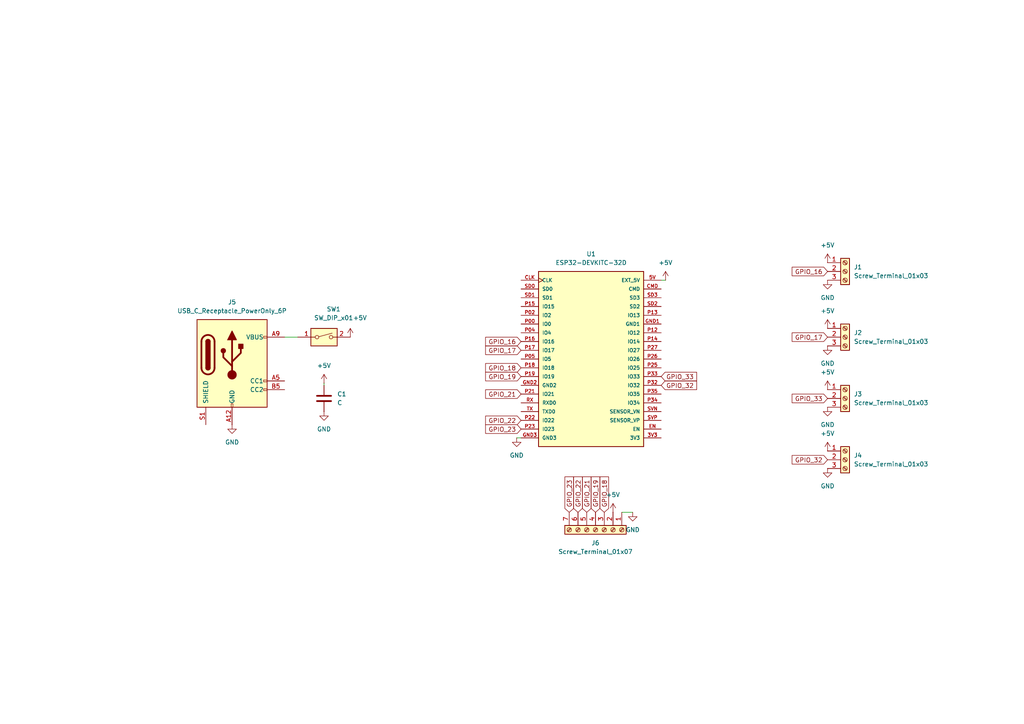
<source format=kicad_sch>
(kicad_sch (version 20231120) (generator "eeschema") (generator_version "8.0")
  (paper "A4")
  (lib_symbols
    (symbol "Connector:Screw_Terminal_01x03" (pin_names (offset 1.016) hide)
      (property "Reference" "J" (at 0 5.08 0))
      (property "Value" "Screw_Terminal_01x03" (at 0 -5.08 0))
      (symbol "Screw_Terminal_01x03_1_1"
        (rectangle (start -1.27 3.81) (end 1.27 -3.81) (stroke (width 0.254)) (fill (type background)))
        (circle (center 0 -2.54) (radius 0.635) (stroke (width 0.1524)))
        (polyline (pts (xy -0.5334 -2.2098) (xy 0.3302 -3.048)) (stroke (width 0.1524)))
        (polyline (pts (xy -0.5334 0.3302) (xy 0.3302 -0.508)) (stroke (width 0.1524)))
        (polyline (pts (xy -0.5334 2.8702) (xy 0.3302 2.032)) (stroke (width 0.1524)))
        (polyline (pts (xy -0.3556 -2.032) (xy 0.508 -2.8702)) (stroke (width 0.1524)))
        (polyline (pts (xy -0.3556 0.508) (xy 0.508 -0.3302)) (stroke (width 0.1524)))
        (polyline (pts (xy -0.3556 3.048) (xy 0.508 2.2098)) (stroke (width 0.1524)))
        (circle (center 0 0) (radius 0.635) (stroke (width 0.1524)))
        (circle (center 0 2.54) (radius 0.635) (stroke (width 0.1524)))
        (pin passive line (at -5.08 2.54 0) (length 3.81) (name "Pin_1") (number "1"))
        (pin passive line (at -5.08 0 0) (length 3.81) (name "Pin_2") (number "2"))
        (pin passive line (at -5.08 -2.54 0) (length 3.81) (name "Pin_3") (number "3"))
      )
    )
    (symbol "Connector:USB_C_Receptacle_PowerOnly_6P" (pin_names (offset 1.016))
      (property "Reference" "J" (at 0 16.51 0))
      (property "Value" "USB_C_Receptacle_PowerOnly_6P" (at 0 13.97 0))
      (symbol "USB_C_Receptacle_PowerOnly_6P_0_0"
        (rectangle (start -0.254 -12.7) (end 0.254 -11.684))
        (rectangle (start 10.16 -7.366) (end 9.144 -7.874))
        (rectangle (start 10.16 -4.826) (end 9.144 -5.334))
        (rectangle (start 10.16 7.874) (end 9.144 7.366))
      )
      (symbol "USB_C_Receptacle_PowerOnly_6P_0_1"
        (rectangle (start -10.16 12.7) (end 10.16 -12.7) (stroke (width 0.254)) (fill (type background)))
        (arc (start -8.89 -1.27) (mid -6.985 -3.1667) (end -5.08 -1.27) (stroke (width 0.508)))
        (arc (start -7.62 -1.27) (mid -6.985 -1.9023) (end -6.35 -1.27) (stroke (width 0.254)))
        (arc (start -7.62 -1.27) (mid -6.985 -1.9023) (end -6.35 -1.27) (stroke (width 0.254)) (fill (type outline)))
        (rectangle (start -7.62 -1.27) (end -6.35 6.35) (stroke (width 0.254)) (fill (type outline)))
        (arc (start -6.35 6.35) (mid -6.985 6.9823) (end -7.62 6.35) (stroke (width 0.254)))
        (arc (start -6.35 6.35) (mid -6.985 6.9823) (end -7.62 6.35) (stroke (width 0.254)) (fill (type outline)))
        (arc (start -5.08 6.35) (mid -6.985 8.2467) (end -8.89 6.35) (stroke (width 0.508)))
        (circle (center -2.54 3.683) (radius 0.635) (stroke (width 0.254)) (fill (type outline)))
        (circle (center 0 -3.302) (radius 1.27) (fill (type outline)))
        (polyline (pts (xy -8.89 -1.27) (xy -8.89 6.35)) (stroke (width 0.508)))
        (polyline (pts (xy -5.08 6.35) (xy -5.08 -1.27)) (stroke (width 0.508)))
        (polyline (pts (xy 0 -3.302) (xy 0 6.858)) (stroke (width 0.508)))
        (polyline (pts (xy 0 -0.762) (xy -2.54 1.778) (xy -2.54 3.048)) (stroke (width 0.508)))
        (polyline (pts (xy 0 0.508) (xy 2.54 3.048) (xy 2.54 4.318)) (stroke (width 0.508)))
        (polyline (pts (xy -1.27 6.858) (xy 0 9.398) (xy 1.27 6.858) (xy -1.27 6.858)) (stroke (width 0.254)) (fill (type outline)))
        (rectangle (start 1.905 4.318) (end 3.175 5.588) (stroke (width 0.254)) (fill (type outline)))
      )
      (symbol "USB_C_Receptacle_PowerOnly_6P_1_1"
        (pin passive line (at 0 -17.78 90) (length 5.08) (name "GND") (number "A12"))
        (pin bidirectional line (at 15.24 -5.08 180) (length 5.08) (name "CC1") (number "A5"))
        (pin passive line (at 15.24 7.62 180) (length 5.08) (name "VBUS") (number "A9"))
        (pin passive line (at 0 -17.78 90) (length 5.08) hide (name "GND") (number "B12"))
        (pin bidirectional line (at 15.24 -7.62 180) (length 5.08) (name "CC2") (number "B5"))
        (pin passive line (at 15.24 7.62 180) (length 5.08) hide (name "VBUS") (number "B9"))
        (pin passive line (at -7.62 -17.78 90) (length 5.08) (name "SHIELD") (number "S1"))
      )
    )
    (symbol "Device:C" (pin_numbers hide) (pin_names (offset 0.254))
      (property "Reference" "C" (at 0.635 2.54 0))
      (property "Value" "C" (at 0.635 -2.54 0))
      (symbol "C_0_1"
        (polyline (pts (xy -2.032 -0.762) (xy 2.032 -0.762)) (stroke (width 0.508)))
        (polyline (pts (xy -2.032 0.762) (xy 2.032 0.762)) (stroke (width 0.508)))
      )
      (symbol "C_1_1"
        (pin passive line (at 0 3.81 270) (length 2.794) (name "~") (number "1"))
        (pin passive line (at 0 -3.81 90) (length 2.794) (name "~") (number "2"))
      )
    )
    (symbol "ESP32-DEVKITC-32D:ESP32-DEVKITC-32D" (pin_names (offset 1.016))
      (property "Reference" "U1" (at 0 30.48 0))
      (property "Value" "ESP32-DEVKITC-32D" (at 0 27.94 0))
      (symbol "ESP32-DEVKITC-32D_0_0"
        (rectangle (start -15.24 25.4) (end 15.24 -25.4) (stroke (width 0.254)) (fill (type background)))
      )
      (symbol "ESP32-DEVKITC-32D_1_0"
        (pin power_in line (at -20.32 22.86 0) (length 5.08) (name "3V3") (number "3V3"))
        (pin power_in line (at -20.32 -22.86 0) (length 5.08) (name "EXT_5V") (number "5V"))
        (pin input clock (at 20.32 -22.86 180) (length 5.08) (name "CLK") (number "CLK"))
        (pin bidirectional line (at -20.32 -20.32 0) (length 5.08) (name "CMD") (number "CMD"))
        (pin input line (at -20.32 20.32 0) (length 5.08) (name "EN") (number "EN"))
        (pin power_in line (at -20.32 -10.16 0) (length 5.08) (name "GND1") (number "GND1"))
        (pin power_in line (at 20.32 7.62 180) (length 5.08) (name "GND2") (number "GND2"))
        (pin power_in line (at 20.32 22.86 180) (length 5.08) (name "GND3") (number "GND3"))
        (pin bidirectional line (at 20.32 -10.16 180) (length 5.08) (name "IO0") (number "P00"))
        (pin bidirectional line (at 20.32 -12.7 180) (length 5.08) (name "IO2") (number "P02"))
        (pin bidirectional line (at 20.32 -7.62 180) (length 5.08) (name "IO4") (number "P04"))
        (pin bidirectional line (at 20.32 0 180) (length 5.08) (name "IO5") (number "P05"))
        (pin bidirectional line (at -20.32 -7.62 0) (length 5.08) (name "IO12") (number "P12"))
        (pin bidirectional line (at -20.32 -12.7 0) (length 5.08) (name "IO13") (number "P13"))
        (pin bidirectional line (at -20.32 -5.08 0) (length 5.08) (name "IO14") (number "P14"))
        (pin bidirectional line (at 20.32 -15.24 180) (length 5.08) (name "IO15") (number "P15"))
        (pin bidirectional line (at 20.32 -5.08 180) (length 5.08) (name "IO16") (number "P16"))
        (pin bidirectional line (at 20.32 -2.54 180) (length 5.08) (name "IO17") (number "P17"))
        (pin bidirectional line (at 20.32 2.54 180) (length 5.08) (name "IO18") (number "P18"))
        (pin bidirectional line (at 20.32 5.08 180) (length 5.08) (name "IO19") (number "P19"))
        (pin bidirectional line (at 20.32 10.16 180) (length 5.08) (name "IO21") (number "P21"))
        (pin bidirectional line (at 20.32 17.78 180) (length 5.08) (name "IO22") (number "P22"))
        (pin bidirectional line (at 20.32 20.32 180) (length 5.08) (name "IO23") (number "P23"))
        (pin bidirectional line (at -20.32 2.54 0) (length 5.08) (name "IO25") (number "P25"))
        (pin bidirectional line (at -20.32 0 0) (length 5.08) (name "IO26") (number "P26"))
        (pin bidirectional line (at -20.32 -2.54 0) (length 5.08) (name "IO27") (number "P27"))
        (pin bidirectional line (at -20.32 7.62 0) (length 5.08) (name "IO32") (number "P32"))
        (pin bidirectional line (at -20.32 5.08 0) (length 5.08) (name "IO33") (number "P33"))
        (pin bidirectional line (at -20.32 12.7 0) (length 5.08) (name "IO34") (number "P34"))
        (pin bidirectional line (at -20.32 10.16 0) (length 5.08) (name "IO35") (number "P35"))
        (pin input line (at 20.32 12.7 180) (length 5.08) (name "RXD0") (number "RX"))
        (pin bidirectional line (at 20.32 -20.32 180) (length 5.08) (name "SD0") (number "SD0"))
        (pin bidirectional line (at 20.32 -17.78 180) (length 5.08) (name "SD1") (number "SD1"))
        (pin bidirectional line (at -20.32 -15.24 0) (length 5.08) (name "SD2") (number "SD2"))
        (pin bidirectional line (at -20.32 -17.78 0) (length 5.08) (name "SD3") (number "SD3"))
        (pin input line (at -20.32 15.24 0) (length 5.08) (name "SENSOR_VN") (number "SVN"))
        (pin input line (at -20.32 17.78 0) (length 5.08) (name "SENSOR_VP") (number "SVP"))
        (pin output line (at 20.32 15.24 180) (length 5.08) (name "TXD0") (number "TX"))
      )
    )
    (symbol "Switch:SW_DIP_x01" (pin_names (offset 0) hide)
      (property "Reference" "SW" (at 0 3.81 0))
      (property "Value" "SW_DIP_x01" (at 0 -3.81 0))
      (symbol "SW_DIP_x01_0_0"
        (circle (center -2.032 0) (radius 0.508))
        (polyline (pts (xy -1.524 0.127) (xy 2.3622 1.1684)))
        (circle (center 2.032 0) (radius 0.508))
      )
      (symbol "SW_DIP_x01_0_1"
        (rectangle (start -3.81 2.54) (end 3.81 -2.54) (stroke (width 0.254)) (fill (type background)))
      )
      (symbol "SW_DIP_x01_1_1"
        (pin passive line (at -7.62 0 0) (length 5.08) (name "~") (number "1"))
        (pin passive line (at 7.62 0 180) (length 5.08) (name "~") (number "2"))
      )
    )
    (symbol "Terminal_block_01x07:Screw_Terminal_01x07" (pin_names (offset 1.016) hide)
      (property "Reference" "J3" (at 1.27 1.2701 0))
      (property "Value" "Screw_Terminal_01x07" (at 1.27 -1.2699 0))
      (symbol "Screw_Terminal_01x07_1_1"
        (rectangle (start -2.54 13.97) (end 0 -3.81) (stroke (width 0.254)) (fill (type background)))
        (circle (center -1.27 -2.54) (radius 0.635) (stroke (width 0.1524)))
        (circle (center -1.27 0) (radius 0.635) (stroke (width 0.1524)))
        (circle (center -1.27 2.54) (radius 0.635) (stroke (width 0.1524)))
        (circle (center -1.27 5.08) (radius 0.635) (stroke (width 0.1524)))
        (circle (center -1.27 7.62) (radius 0.635) (stroke (width 0.1524)))
        (circle (center -1.27 10.16) (radius 0.635) (stroke (width 0.1524)))
        (circle (center -1.27 12.7) (radius 0.635) (stroke (width 0.1524)))
        (polyline (pts (xy -1.8034 -2.2098) (xy -0.9398 -3.048)) (stroke (width 0.1524)))
        (polyline (pts (xy -1.8034 0.3302) (xy -0.9398 -0.508)) (stroke (width 0.1524)))
        (polyline (pts (xy -1.8034 2.8702) (xy -0.9398 2.032)) (stroke (width 0.1524)))
        (polyline (pts (xy -1.8034 5.4102) (xy -0.9398 4.572)) (stroke (width 0.1524)))
        (polyline (pts (xy -1.8034 7.9502) (xy -0.9398 7.112)) (stroke (width 0.1524)))
        (polyline (pts (xy -1.8034 10.4902) (xy -0.9398 9.652)) (stroke (width 0.1524)))
        (polyline (pts (xy -1.8034 13.0302) (xy -0.9398 12.192)) (stroke (width 0.1524)))
        (polyline (pts (xy -1.6256 -2.032) (xy -0.762 -2.8702)) (stroke (width 0.1524)))
        (polyline (pts (xy -1.6256 0.508) (xy -0.762 -0.3302)) (stroke (width 0.1524)))
        (polyline (pts (xy -1.6256 3.048) (xy -0.762 2.2098)) (stroke (width 0.1524)))
        (polyline (pts (xy -1.6256 5.588) (xy -0.762 4.7498)) (stroke (width 0.1524)))
        (polyline (pts (xy -1.6256 8.128) (xy -0.762 7.2898)) (stroke (width 0.1524)))
        (polyline (pts (xy -1.6256 10.668) (xy -0.762 9.8298)) (stroke (width 0.1524)))
        (polyline (pts (xy -1.6256 13.208) (xy -0.762 12.3698)) (stroke (width 0.1524)))
        (pin passive line (at -6.35 12.7 0) (length 3.81) (name "Pin_1") (number "1"))
        (pin passive line (at -6.35 10.16 0) (length 3.81) (name "Pin_2") (number "2"))
        (pin passive line (at -6.35 7.62 0) (length 3.81) (name "Pin_3") (number "3"))
        (pin passive line (at -6.35 5.08 0) (length 3.81) (name "Pin_4") (number "4"))
        (pin passive line (at -6.35 2.54 0) (length 3.81) (name "Pin_5") (number "5"))
        (pin passive line (at -6.35 0 0) (length 3.81) (name "Pin_6") (number "6"))
        (pin passive line (at -6.35 -2.54 0) (length 3.81) (name "Pin_7") (number "7"))
      )
    )
    (symbol "power:+5V" (power) (pin_numbers hide) (pin_names (offset 0) hide)
      (property "Value" "+5V" (at 0 3.556 0))
      (symbol "+5V_0_1"
        (polyline (pts (xy -0.762 1.27) (xy 0 2.54)))
        (polyline (pts (xy 0 0) (xy 0 2.54)))
        (polyline (pts (xy 0 2.54) (xy 0.762 1.27)))
      )
      (symbol "+5V_1_1"
        (pin power_in line (at 0 0 90) (length 0) (name "~") (number "1"))
      )
    )
    (symbol "power:GND" (power) (pin_numbers hide) (pin_names (offset 0) hide)
      (property "Value" "GND" (at 0 -3.81 0))
      (symbol "GND_0_1"
        (polyline (pts (xy 0 0) (xy 0 -1.27) (xy 1.27 -1.27) (xy 0 -2.54) (xy -1.27 -1.27) (xy 0 -1.27)))
      )
      (symbol "GND_1_1"
        (pin power_in line (at 0 0 270) (length 0) (name "~") (number "1"))
      )
    )
  )
  (wire (pts (xy 193.04 81.28) (xy 191.77 81.28)))
  (wire (pts (xy 82.55 97.79) (xy 86.36 97.79)))
  (wire (pts (xy 149.86 127) (xy 151.13 127)))
  (wire (pts (xy 180.34 148.59) (xy 183.515 148.59)))
  (wire (pts (xy 93.98 111.76) (xy 93.98 111.125)))
  (global_label "GPIO_17" (shape input) (at 240.03 97.79 180) (property "Intersheetrefs" "${INTERSHEET_REFS}" (effects (hide yes))))
  (global_label "GPIO_33" (shape input) (at 240.03 115.57 180) (property "Intersheetrefs" "${INTERSHEET_REFS}" (effects (hide yes))))
  (global_label "GPIO_19" (shape input) (at 151.13 109.22 180) (property "Intersheetrefs" "${INTERSHEET_REFS}" (effects (hide yes))))
  (global_label "GPIO_23" (shape input) (at 151.13 124.46 180) (property "Intersheetrefs" "${INTERSHEET_REFS}" (effects (hide yes))))
  (global_label "GPIO_17" (shape input) (at 151.13 101.6 180) (property "Intersheetrefs" "${INTERSHEET_REFS}" (effects (hide yes))))
  (global_label "GPIO_22" (shape input) (at 167.64 148.59 90) (property "Intersheetrefs" "${INTERSHEET_REFS}" (effects (hide yes))))
  (global_label "GPIO_19" (shape input) (at 172.72 148.59 90) (property "Intersheetrefs" "${INTERSHEET_REFS}" (effects (hide yes))))
  (global_label "GPIO_18" (shape input) (at 151.13 106.68 180) (property "Intersheetrefs" "${INTERSHEET_REFS}" (effects (hide yes))))
  (global_label "GPIO_32" (shape input) (at 240.03 133.35 180) (property "Intersheetrefs" "${INTERSHEET_REFS}" (effects (hide yes))))
  (global_label "GPIO_23" (shape input) (at 165.1 148.59 90) (property "Intersheetrefs" "${INTERSHEET_REFS}" (effects (hide yes))))
  (global_label "GPIO_33" (shape input) (at 191.77 109.22 0) (property "Intersheetrefs" "${INTERSHEET_REFS}" (effects (hide yes))))
  (global_label "GPIO_16" (shape input) (at 240.03 78.74 180) (property "Intersheetrefs" "${INTERSHEET_REFS}" (effects (hide yes))))
  (global_label "GPIO_32" (shape input) (at 191.77 111.76 0) (property "Intersheetrefs" "${INTERSHEET_REFS}" (effects (hide yes))))
  (global_label "GPIO_22" (shape input) (at 151.13 121.92 180) (property "Intersheetrefs" "${INTERSHEET_REFS}" (effects (hide yes))))
  (global_label "GPIO_16" (shape input) (at 151.13 99.06 180) (property "Intersheetrefs" "${INTERSHEET_REFS}" (effects (hide yes))))
  (global_label "GPIO_18" (shape input) (at 175.26 148.59 90) (property "Intersheetrefs" "${INTERSHEET_REFS}" (effects (hide yes))))
  (global_label "GPIO_21" (shape input) (at 151.13 114.3 180) (property "Intersheetrefs" "${INTERSHEET_REFS}" (effects (hide yes))))
  (global_label "GPIO_21" (shape input) (at 170.18 148.59 90) (property "Intersheetrefs" "${INTERSHEET_REFS}" (effects (hide yes))))
  (symbol (lib_id "power:+5V") (at 93.98 111.125 0) (unit 1)
    (property "Reference" "#PWR01" (effects (hide yes)))
    (property "Value" "+5V" (at 93.98 106.045 0))
    (property "Description" "Power symbol creates a global label with name \"+5V\"" (effects (hide yes)))
  )
  (symbol (lib_id "power:GND") (at 240.03 81.28 0) (unit 1)
    (property "Reference" "#PWR07" (effects (hide yes)))
    (property "Value" "GND" (at 240.03 86.36 0))
    (property "Description" "Power symbol creates a global label with name \"GND\" , ground" (effects (hide yes)))
  )
  (symbol (lib_id "power:+5V") (at 240.03 130.81 0) (unit 1)
    (property "Reference" "#PWR012" (effects (hide yes)))
    (property "Value" "+5V" (at 240.03 125.73 0))
    (property "Description" "Power symbol creates a global label with name \"+5V\"" (effects (hide yes)))
  )
  (symbol (lib_id "Connector:Screw_Terminal_01x03") (at 245.11 133.35 0) (unit 1)
    (property "Reference" "J4" (at 247.65 132.0799 0) (effects (justify left)))
    (property "Value" "Screw_Terminal_01x03" (at 247.65 134.6199 0) (effects (justify left)))
    (property "Footprint" "Huellas:PinHeader_1x03_P2.54mm_Vertical" (effects (hide yes)))
    (property "Description" "Generic screw terminal, single row, 01x03, script generated (kicad-library-utils/schlib/autogen/connector/)" (effects (hide yes)))
  )
  (symbol (lib_id "power:GND") (at 240.03 135.89 0) (unit 1)
    (property "Reference" "#PWR013" (effects (hide yes)))
    (property "Value" "GND" (at 240.03 140.97 0))
    (property "Description" "Power symbol creates a global label with name \"GND\" , ground" (effects (hide yes)))
  )
  (symbol (lib_id "Connector:Screw_Terminal_01x03") (at 245.11 78.74 0) (unit 1)
    (property "Reference" "J1" (at 247.65 77.4699 0) (effects (justify left)))
    (property "Value" "Screw_Terminal_01x03" (at 247.65 80.0099 0) (effects (justify left)))
    (property "Footprint" "Connector_PinHeader_2.54mm:PinHeader_1x03_P2.54mm_Vertical" (effects (hide yes)))
    (property "Description" "Generic screw terminal, single row, 01x03, script generated (kicad-library-utils/schlib/autogen/connector/)" (effects (hide yes)))
  )
  (symbol (lib_id "ESP32-DEVKITC-32D:ESP32-DEVKITC-32D") (at 171.45 104.14 180) (unit 1)
    (property "Reference" "U1" (at 171.45 73.66 0))
    (property "Value" "ESP32-DEVKITC-32D" (at 171.45 76.2 0))
    (property "Footprint" "Esp_32:MODULE_ESP32-DEVKITC-32D" (effects (hide yes)))
  )
  (symbol (lib_id "power:GND") (at 149.86 127 0) (unit 1)
    (property "Reference" "#PWR015" (effects (hide yes)))
    (property "Value" "GND" (at 149.86 132.08 0))
    (property "Description" "Power symbol creates a global label with name \"GND\" , ground" (effects (hide yes)))
  )
  (symbol (lib_id "power:+5V") (at 240.03 95.25 0) (unit 1)
    (property "Reference" "#PWR08" (effects (hide yes)))
    (property "Value" "+5V" (at 240.03 90.17 0))
    (property "Description" "Power symbol creates a global label with name \"+5V\"" (effects (hide yes)))
  )
  (symbol (lib_id "power:GND") (at 93.98 119.38 0) (unit 1)
    (property "Reference" "#PWR02" (effects (hide yes)))
    (property "Value" "GND" (at 93.98 124.46 0))
    (property "Description" "Power symbol creates a global label with name \"GND\" , ground" (effects (hide yes)))
  )
  (symbol (lib_id "Connector:Screw_Terminal_01x03") (at 245.11 115.57 0) (unit 1)
    (property "Reference" "J3" (at 247.65 114.2999 0) (effects (justify left)))
    (property "Value" "Screw_Terminal_01x03" (at 247.65 116.8399 0) (effects (justify left)))
    (property "Footprint" "Connector_PinHeader_2.54mm:PinHeader_1x03_P2.54mm_Vertical" (effects (hide yes)))
    (property "Description" "Generic screw terminal, single row, 01x03, script generated (kicad-library-utils/schlib/autogen/connector/)" (effects (hide yes)))
  )
  (symbol (lib_id "power:+5V") (at 177.8 148.59 0) (unit 1)
    (property "Reference" "#PWR017" (effects (hide yes)))
    (property "Value" "+5V" (at 177.8 143.51 0))
    (property "Description" "Power symbol creates a global label with name \"+5V\"" (effects (hide yes)))
  )
  (symbol (lib_id "Connector:USB_C_Receptacle_PowerOnly_6P") (at 67.31 105.41 0) (unit 1)
    (property "Reference" "J5" (at 67.31 87.63 0))
    (property "Value" "USB_C_Receptacle_PowerOnly_6P" (at 67.31 90.17 0))
    (property "Footprint" "Connector_USB:USB_C_Receptacle_GCT_USB4125-xx-x_6P_TopMnt_Horizontal" (effects (hide yes)))
    (property "Datasheet" "https://www.usb.org/sites/default/files/documents/usb_type-c.zip" (effects (hide yes)))
    (property "Description" "USB Power-Only 6P Type-C Receptacle connector" (effects (hide yes)))
  )
  (symbol (lib_id "power:GND") (at 67.31 123.19 0) (unit 1)
    (property "Reference" "#PWR05" (effects (hide yes)))
    (property "Value" "GND" (at 67.31 128.27 0))
    (property "Description" "Power symbol creates a global label with name \"GND\" , ground" (effects (hide yes)))
  )
  (symbol (lib_id "Terminal_block_01x07:Screw_Terminal_01x07") (at 167.64 154.94 270) (unit 1)
    (property "Reference" "J6" (at 172.72 157.48 90))
    (property "Value" "Screw_Terminal_01x07" (at 172.72 160.02 90))
    (property "Footprint" "Huellas:PinHeader_1x07_P2.54mm_Vertical" (effects (hide yes)))
    (property "Description" "Generic screw terminal, single row, 01x03, script generated (kicad-library-utils/schlib/autogen/connector/)" (effects (hide yes)))
  )
  (symbol (lib_id "power:+5V") (at 193.04 81.28 0) (unit 1)
    (property "Reference" "#PWR014" (effects (hide yes)))
    (property "Value" "+5V" (at 193.04 76.2 0))
    (property "Description" "Power symbol creates a global label with name \"+5V\"" (effects (hide yes)))
  )
  (symbol (lib_id "power:+5V") (at 240.03 76.2 0) (unit 1)
    (property "Reference" "#PWR06" (effects (hide yes)))
    (property "Value" "+5V" (at 240.03 71.12 0))
    (property "Description" "Power symbol creates a global label with name \"+5V\"" (effects (hide yes)))
  )
  (symbol (lib_id "power:GND") (at 240.03 100.33 0) (unit 1)
    (property "Reference" "#PWR09" (effects (hide yes)))
    (property "Value" "GND" (at 240.03 105.41 0))
    (property "Description" "Power symbol creates a global label with name \"GND\" , ground" (effects (hide yes)))
  )
  (symbol (lib_id "power:GND") (at 240.03 118.11 0) (unit 1)
    (property "Reference" "#PWR011" (effects (hide yes)))
    (property "Value" "GND" (at 240.03 123.19 0))
    (property "Description" "Power symbol creates a global label with name \"GND\" , ground" (effects (hide yes)))
  )
  (symbol (lib_id "power:+5V") (at 240.03 113.03 0) (unit 1)
    (property "Reference" "#PWR010" (effects (hide yes)))
    (property "Value" "+5V" (at 240.03 107.95 0))
    (property "Description" "Power symbol creates a global label with name \"+5V\"" (effects (hide yes)))
  )
  (symbol (lib_id "Switch:SW_DIP_x01") (at 93.98 97.79 0) (unit 1)
    (property "Reference" "SW1" (at 96.774 89.662 0))
    (property "Value" "SW_DIP_x01" (at 96.774 92.202 0))
    (property "Footprint" "Huellas:PinHeader_1x03_P2.54mm_Vertical" (effects (hide yes)))
    (property "Description" "1x DIP Switch, Single Pole Single Throw (SPST) switch, small symbol" (effects (hide yes)))
  )
  (symbol (lib_id "power:GND") (at 183.515 148.59 0) (unit 1)
    (property "Reference" "#PWR016" (effects (hide yes)))
    (property "Value" "GND" (at 183.515 153.67 0))
    (property "Description" "Power symbol creates a global label with name \"GND\" , ground" (effects (hide yes)))
  )
  (symbol (lib_id "Device:C") (at 93.98 115.57 180) (unit 1)
    (property "Reference" "C1" (at 97.79 114.2999 0) (effects (justify right)))
    (property "Value" "C" (at 97.79 116.8399 0) (effects (justify right)))
    (property "Footprint" "Capacitor_THT:CP_Radial_D4.0mm_P2.00mm" (effects (hide yes)))
    (property "Description" "Unpolarized capacitor" (effects (hide yes)))
  )
  (symbol (lib_id "Connector:Screw_Terminal_01x03") (at 245.11 97.79 0) (unit 1)
    (property "Reference" "J2" (at 247.65 96.5199 0) (effects (justify left)))
    (property "Value" "Screw_Terminal_01x03" (at 247.65 99.0599 0) (effects (justify left)))
    (property "Footprint" "Connector_PinHeader_2.54mm:PinHeader_1x03_P2.54mm_Vertical" (effects (hide yes)))
    (property "Description" "Generic screw terminal, single row, 01x03, script generated (kicad-library-utils/schlib/autogen/connector/)" (effects (hide yes)))
  )
  (symbol (lib_id "power:+5V") (at 101.6 97.79 0) (unit 1)
    (property "Reference" "#PWR03" (effects (hide yes)))
    (property "Value" "+5V" (at 104.394 92.202 0))
    (property "Description" "Power symbol creates a global label with name \"+5V\"" (effects (hide yes)))
  )
)
</source>
